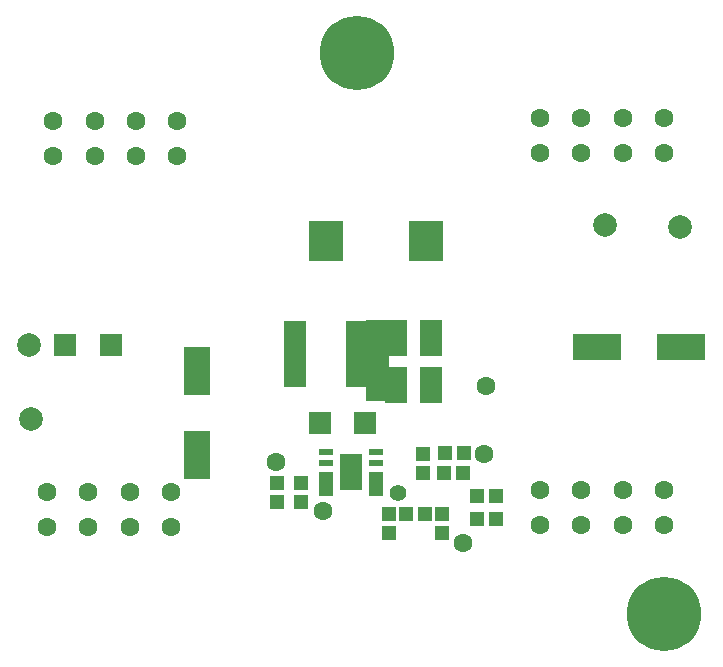
<source format=gts>
G04*
G04 #@! TF.GenerationSoftware,Altium Limited,Altium Designer,19.0.14 (431)*
G04*
G04 Layer_Color=8388736*
%FSLAX25Y25*%
%MOIN*%
G70*
G01*
G75*
%ADD25R,0.11417X0.13780*%
%ADD26R,0.07681X0.12382*%
%ADD27R,0.04681X0.02382*%
%ADD28R,0.07480X0.12205*%
%ADD29R,0.16339X0.08661*%
%ADD30R,0.05118X0.04724*%
%ADD31R,0.04724X0.05118*%
%ADD32R,0.08661X0.16339*%
%ADD33R,0.07303X0.07362*%
%ADD34R,0.07284X0.22441*%
%ADD35C,0.07874*%
%ADD36C,0.06299*%
%ADD37C,0.05512*%
%ADD38C,0.03937*%
%ADD39C,0.24803*%
G36*
X146457Y94685D02*
X138878D01*
Y121653D01*
X146457D01*
Y94685D01*
D02*
G37*
D25*
X158880Y148031D02*
D03*
X125415D02*
D03*
D26*
X133858Y70866D02*
D03*
D27*
X142148Y77756D02*
D03*
Y73819D02*
D03*
Y69882D02*
D03*
Y67913D02*
D03*
Y65945D02*
D03*
Y63976D02*
D03*
X125530D02*
D03*
Y65945D02*
D03*
Y67913D02*
D03*
Y69882D02*
D03*
Y73819D02*
D03*
Y77756D02*
D03*
D28*
X160470Y115748D02*
D03*
X148856D02*
D03*
X160470Y100000D02*
D03*
X148856D02*
D03*
D29*
X215945Y112598D02*
D03*
X243898D02*
D03*
D30*
X117126Y60827D02*
D03*
Y67126D02*
D03*
X109252D02*
D03*
Y60827D02*
D03*
X157811Y76968D02*
D03*
Y70669D02*
D03*
X164370Y57046D02*
D03*
Y50747D02*
D03*
X146653Y57046D02*
D03*
Y50747D02*
D03*
D31*
X165261Y77374D02*
D03*
X171561D02*
D03*
X171361Y70574D02*
D03*
X165061D02*
D03*
X182283Y55118D02*
D03*
X175984D02*
D03*
X152362Y56849D02*
D03*
X158661D02*
D03*
X175984Y62992D02*
D03*
X182283D02*
D03*
D32*
X82677Y104527D02*
D03*
Y76575D02*
D03*
D33*
X38721Y113189D02*
D03*
X53799D02*
D03*
X138642Y87402D02*
D03*
X123563D02*
D03*
D34*
X135864Y110236D02*
D03*
X115195D02*
D03*
D35*
X26575Y113189D02*
D03*
X218504Y153150D02*
D03*
X27165Y88583D02*
D03*
X243701Y152756D02*
D03*
D36*
X178150Y76968D02*
D03*
X171260Y47204D02*
D03*
X124606Y58071D02*
D03*
X46358Y64272D02*
D03*
Y52461D02*
D03*
X32579D02*
D03*
Y64272D02*
D03*
X73917D02*
D03*
Y52461D02*
D03*
X60138D02*
D03*
Y64272D02*
D03*
X210630Y64961D02*
D03*
Y53150D02*
D03*
X196850D02*
D03*
Y64961D02*
D03*
X238189D02*
D03*
Y53150D02*
D03*
X224410D02*
D03*
Y64961D02*
D03*
X210630Y188976D02*
D03*
Y177165D02*
D03*
X196850D02*
D03*
Y188976D02*
D03*
X238189D02*
D03*
Y177165D02*
D03*
X224410D02*
D03*
Y188976D02*
D03*
X62205Y187992D02*
D03*
Y176181D02*
D03*
X75984D02*
D03*
Y187992D02*
D03*
X48425D02*
D03*
Y176181D02*
D03*
X34646D02*
D03*
Y187992D02*
D03*
X109055Y74410D02*
D03*
X178740Y99606D02*
D03*
D37*
X149606Y63779D02*
D03*
D38*
X132382Y69521D02*
D03*
Y66831D02*
D03*
X135335Y69521D02*
D03*
X132382Y72211D02*
D03*
X135335Y66831D02*
D03*
Y74902D02*
D03*
X132382D02*
D03*
X135335Y72211D02*
D03*
X144095Y100394D02*
D03*
Y97244D02*
D03*
Y103543D02*
D03*
Y106693D02*
D03*
Y109843D02*
D03*
Y112992D02*
D03*
Y116142D02*
D03*
Y119291D02*
D03*
X140945Y97244D02*
D03*
Y100394D02*
D03*
Y103543D02*
D03*
Y106693D02*
D03*
Y109843D02*
D03*
Y112992D02*
D03*
Y116142D02*
D03*
Y119291D02*
D03*
D39*
X135827Y210630D02*
D03*
X238189Y23622D02*
D03*
M02*

</source>
